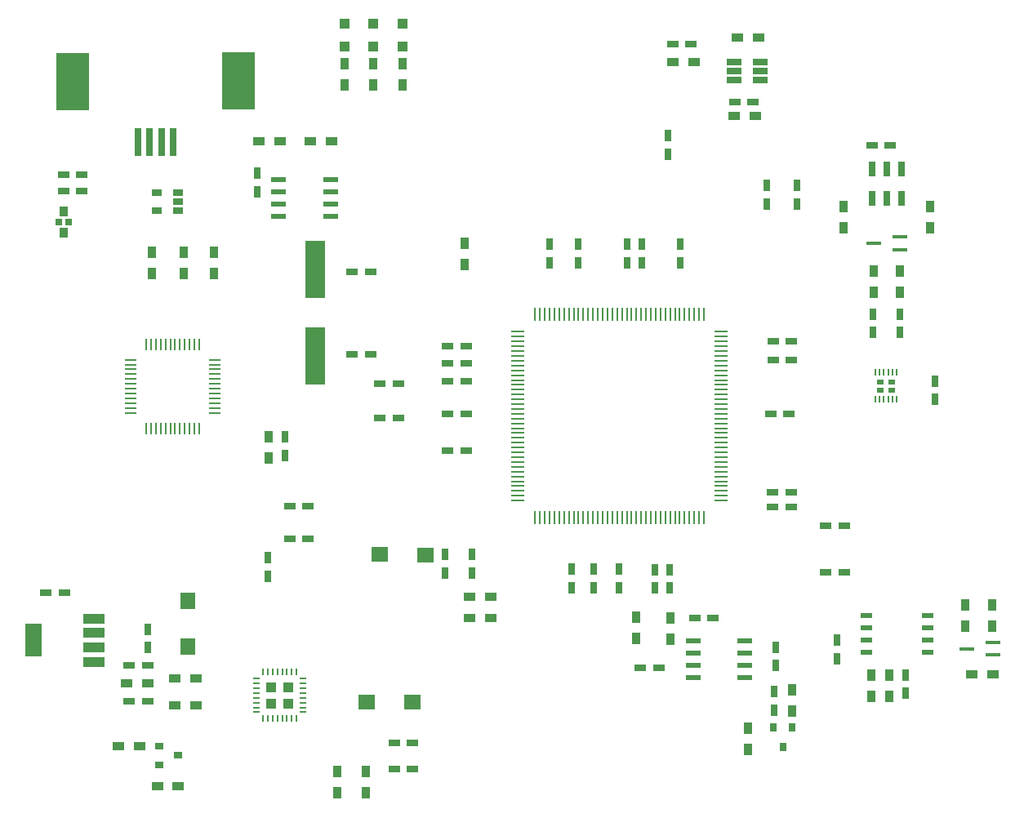
<source format=gbr>
G04 #@! TF.FileFunction,Paste,Top*
%FSLAX46Y46*%
G04 Gerber Fmt 4.6, Leading zero omitted, Abs format (unit mm)*
G04 Created by KiCad (PCBNEW 4.0.6) date 11/10/17 17:18:38*
%MOMM*%
%LPD*%
G01*
G04 APERTURE LIST*
%ADD10C,0.100000*%
%ADD11R,2.000000X6.000000*%
%ADD12R,1.600000X1.700000*%
%ADD13R,0.250000X1.300000*%
%ADD14R,1.300000X0.250000*%
%ADD15R,0.750000X1.200000*%
%ADD16R,1.200000X0.750000*%
%ADD17R,1.450000X0.250000*%
%ADD18R,0.250000X1.450000*%
%ADD19R,1.550000X0.600000*%
%ADD20R,2.200000X1.000000*%
%ADD21R,1.800000X3.400000*%
%ADD22R,1.560000X0.650000*%
%ADD23R,0.900000X1.200000*%
%ADD24R,1.060000X0.650000*%
%ADD25R,0.700000X3.000000*%
%ADD26R,3.400000X6.000000*%
%ADD27R,1.000000X1.000000*%
%ADD28R,1.200000X0.900000*%
%ADD29R,0.760000X1.500000*%
%ADD30R,0.800000X0.700000*%
%ADD31R,0.850000X1.000000*%
%ADD32R,0.250000X0.700000*%
%ADD33R,0.714000X0.498000*%
%ADD34R,1.500000X0.450000*%
%ADD35R,1.143000X0.508000*%
%ADD36R,0.800000X0.900000*%
%ADD37R,0.700000X0.250000*%
%ADD38R,1.035000X1.035000*%
%ADD39R,1.700000X1.600000*%
%ADD40R,0.900000X0.800000*%
G04 APERTURE END LIST*
D10*
D11*
X110760000Y-94300000D03*
X110760000Y-85300000D03*
D12*
X97580000Y-119650000D03*
X97570000Y-124460000D03*
D13*
X98733900Y-93074200D03*
X98233900Y-93074200D03*
X97733900Y-93074200D03*
X97233900Y-93074200D03*
X96733900Y-93074200D03*
X96233900Y-93074200D03*
X95733900Y-93074200D03*
X95233900Y-93074200D03*
X94733900Y-93074200D03*
X94233900Y-93074200D03*
X93733900Y-93074200D03*
X93233900Y-93074200D03*
D14*
X91633900Y-94674200D03*
X91633900Y-95174200D03*
X91633900Y-95674200D03*
X91633900Y-96174200D03*
X91633900Y-96674200D03*
X91633900Y-97174200D03*
X91633900Y-97674200D03*
X91633900Y-98174200D03*
X91633900Y-98674200D03*
X91633900Y-99174200D03*
X91633900Y-99674200D03*
X91633900Y-100174200D03*
D13*
X93233900Y-101774200D03*
X93733900Y-101774200D03*
X94233900Y-101774200D03*
X94733900Y-101774200D03*
X95233900Y-101774200D03*
X95733900Y-101774200D03*
X96233900Y-101774200D03*
X96733900Y-101774200D03*
X97233900Y-101774200D03*
X97733900Y-101774200D03*
X98233900Y-101774200D03*
X98733900Y-101774200D03*
D14*
X100333900Y-100174200D03*
X100333900Y-99674200D03*
X100333900Y-99174200D03*
X100333900Y-98674200D03*
X100333900Y-98174200D03*
X100333900Y-97674200D03*
X100333900Y-97174200D03*
X100333900Y-96674200D03*
X100333900Y-96174200D03*
X100333900Y-95674200D03*
X100333900Y-95174200D03*
X100333900Y-94674200D03*
D15*
X168590000Y-91860000D03*
X168590000Y-89960000D03*
D16*
X146380000Y-126660000D03*
X144480000Y-126660000D03*
D17*
X152862215Y-109279851D03*
X152862215Y-108779851D03*
X152862215Y-108279851D03*
X152862215Y-107779851D03*
X152862215Y-107279851D03*
X152862215Y-106779851D03*
X152862215Y-106279851D03*
X152862215Y-105779851D03*
X152862215Y-105279851D03*
X152862215Y-104779851D03*
X152862215Y-104279851D03*
X152862215Y-103779851D03*
X152862215Y-103279851D03*
X152862215Y-102779851D03*
X152862215Y-102279851D03*
X152862215Y-101779851D03*
X152862215Y-101279851D03*
X152862215Y-100779851D03*
X152862215Y-100279851D03*
X152862215Y-99779851D03*
X152862215Y-99279851D03*
X152862215Y-98779851D03*
X152862215Y-98279851D03*
X152862215Y-97779851D03*
X152862215Y-97279851D03*
X152862215Y-96779851D03*
X152862215Y-96279851D03*
X152862215Y-95779851D03*
X152862215Y-95279851D03*
X152862215Y-94779851D03*
X152862215Y-94279851D03*
X152862215Y-93779851D03*
X152862215Y-93279851D03*
X152862215Y-92779851D03*
X152862215Y-92279851D03*
X152862215Y-91779851D03*
D18*
X151062215Y-89979851D03*
X150562215Y-89979851D03*
X150062215Y-89979851D03*
X149562215Y-89979851D03*
X149062215Y-89979851D03*
X148562215Y-89979851D03*
X148062215Y-89979851D03*
X147562215Y-89979851D03*
X147062215Y-89979851D03*
X146562215Y-89979851D03*
X146062215Y-89979851D03*
X145562215Y-89979851D03*
X145062215Y-89979851D03*
X144562215Y-89979851D03*
X144062215Y-89979851D03*
X143562215Y-89979851D03*
X143062215Y-89979851D03*
X142562215Y-89979851D03*
X142062215Y-89979851D03*
X141562215Y-89979851D03*
X141062215Y-89979851D03*
X140562215Y-89979851D03*
X140062215Y-89979851D03*
X139562215Y-89979851D03*
X139062215Y-89979851D03*
X138562215Y-89979851D03*
X138062215Y-89979851D03*
X137562215Y-89979851D03*
X137062215Y-89979851D03*
X136562215Y-89979851D03*
X136062215Y-89979851D03*
X135562215Y-89979851D03*
X135062215Y-89979851D03*
X134562215Y-89979851D03*
X134062215Y-89979851D03*
X133562215Y-89979851D03*
D17*
X131762215Y-91779851D03*
X131762215Y-92279851D03*
X131762215Y-92779851D03*
X131762215Y-93279851D03*
X131762215Y-93779851D03*
X131762215Y-94279851D03*
X131762215Y-94779851D03*
X131762215Y-95279851D03*
X131762215Y-95779851D03*
X131762215Y-96279851D03*
X131762215Y-96779851D03*
X131762215Y-97279851D03*
X131762215Y-97779851D03*
X131762215Y-98279851D03*
X131762215Y-98779851D03*
X131762215Y-99279851D03*
X131762215Y-99779851D03*
X131762215Y-100279851D03*
X131762215Y-100779851D03*
X131762215Y-101279851D03*
X131762215Y-101779851D03*
X131762215Y-102279851D03*
X131762215Y-102779851D03*
X131762215Y-103279851D03*
X131762215Y-103779851D03*
X131762215Y-104279851D03*
X131762215Y-104779851D03*
X131762215Y-105279851D03*
X131762215Y-105779851D03*
X131762215Y-106279851D03*
X131762215Y-106779851D03*
X131762215Y-107279851D03*
X131762215Y-107779851D03*
X131762215Y-108279851D03*
X131762215Y-108779851D03*
X131762215Y-109279851D03*
D18*
X133562215Y-111079851D03*
X134062215Y-111079851D03*
X134562215Y-111079851D03*
X135062215Y-111079851D03*
X135562215Y-111079851D03*
X136062215Y-111079851D03*
X136562215Y-111079851D03*
X137062215Y-111079851D03*
X137562215Y-111079851D03*
X138062215Y-111079851D03*
X138562215Y-111079851D03*
X139062215Y-111079851D03*
X139562215Y-111079851D03*
X140062215Y-111079851D03*
X140562215Y-111079851D03*
X141062215Y-111079851D03*
X141562215Y-111079851D03*
X142062215Y-111079851D03*
X142562215Y-111079851D03*
X143062215Y-111079851D03*
X143562215Y-111079851D03*
X144062215Y-111079851D03*
X144562215Y-111079851D03*
X145062215Y-111079851D03*
X145562215Y-111079851D03*
X146062215Y-111079851D03*
X146562215Y-111079851D03*
X147062215Y-111079851D03*
X147562215Y-111079851D03*
X148062215Y-111079851D03*
X148562215Y-111079851D03*
X149062215Y-111079851D03*
X149562215Y-111079851D03*
X150062215Y-111079851D03*
X150562215Y-111079851D03*
X151062215Y-111079851D03*
D16*
X158182364Y-108454350D03*
X160082364Y-108454350D03*
D19*
X155324200Y-127631100D03*
X155324200Y-126361100D03*
X155324200Y-125091100D03*
X155324200Y-123821100D03*
X149924200Y-123821100D03*
X149924200Y-125091100D03*
X149924200Y-126361100D03*
X149924200Y-127631100D03*
D15*
X146022215Y-116440000D03*
X146022215Y-118340000D03*
D20*
X87810000Y-121520000D03*
X87810000Y-124520000D03*
D21*
X81510000Y-123770000D03*
D20*
X87810000Y-123020000D03*
X87810000Y-126020000D03*
D16*
X154285000Y-67910000D03*
X156185000Y-67910000D03*
D22*
X154235000Y-63800000D03*
X154235000Y-64750000D03*
X154235000Y-65700000D03*
X156935000Y-65700000D03*
X156935000Y-63800000D03*
X156935000Y-64750000D03*
D23*
X93860000Y-85700000D03*
X93860000Y-83500000D03*
D16*
X126402066Y-93280000D03*
X124502066Y-93280000D03*
D15*
X171363900Y-91860000D03*
X171363900Y-89960000D03*
D24*
X96560000Y-79247000D03*
X96560000Y-78297000D03*
X96560000Y-77347000D03*
X94360000Y-77347000D03*
X94360000Y-79247000D03*
D25*
X96060000Y-72070000D03*
X93585000Y-72070000D03*
X92360000Y-72070000D03*
D26*
X85635000Y-65870000D03*
X102835000Y-65770000D03*
D25*
X94860000Y-72070000D03*
D16*
X84667300Y-77216400D03*
X86567300Y-77216400D03*
D15*
X126996100Y-114895800D03*
X126996100Y-116795800D03*
X124246100Y-114895800D03*
X124246100Y-116795800D03*
D16*
X93390000Y-126380000D03*
X91490000Y-126380000D03*
D15*
X93390000Y-124540000D03*
X93390000Y-122640000D03*
D16*
X120874200Y-137096100D03*
X118974200Y-137096100D03*
X120874200Y-134396100D03*
X118974200Y-134396100D03*
D15*
X105810000Y-117130000D03*
X105810000Y-115230000D03*
D16*
X93390000Y-130060000D03*
X91490000Y-130060000D03*
X84760000Y-118850000D03*
X82860000Y-118850000D03*
X158222364Y-92775402D03*
X160122364Y-92775402D03*
D15*
X147529574Y-116440000D03*
X147529574Y-118340000D03*
D16*
X158182364Y-109981701D03*
X160082364Y-109981701D03*
D15*
X144589066Y-84619702D03*
X144589066Y-82719702D03*
D16*
X126402066Y-100270000D03*
X124502066Y-100270000D03*
D15*
X143104142Y-84619702D03*
X143104142Y-82719702D03*
X142280000Y-116420000D03*
X142280000Y-118320000D03*
D16*
X126402066Y-104120000D03*
X124502066Y-104120000D03*
D15*
X147340000Y-71430000D03*
X147340000Y-73330000D03*
X137340000Y-116420000D03*
X137340000Y-118320000D03*
X139630000Y-116420000D03*
X139630000Y-118320000D03*
D16*
X126410000Y-95020000D03*
X124510000Y-95020000D03*
X126410000Y-96940000D03*
X124510000Y-96940000D03*
D15*
X148570077Y-84619702D03*
X148570077Y-82719702D03*
X138062215Y-84620000D03*
X138062215Y-82720000D03*
X135070000Y-84619702D03*
X135070000Y-82719702D03*
D16*
X158010000Y-100320000D03*
X159910000Y-100320000D03*
X158222364Y-94727017D03*
X160122364Y-94727017D03*
D15*
X107660000Y-102700000D03*
X107660000Y-104600000D03*
D16*
X84660000Y-75520000D03*
X86560000Y-75520000D03*
X114610000Y-94100000D03*
X116510000Y-94100000D03*
X114610000Y-85600000D03*
X116510000Y-85600000D03*
D15*
X104756100Y-77230800D03*
X104756100Y-75330800D03*
D16*
X168500000Y-72440000D03*
X170400000Y-72440000D03*
D15*
X175040000Y-96870000D03*
X175040000Y-98770000D03*
X158510000Y-126370000D03*
X158510000Y-124470000D03*
X158330000Y-129090000D03*
X158330000Y-130990000D03*
D27*
X116800000Y-62150000D03*
X116800000Y-59860000D03*
X119800000Y-62150000D03*
X119800000Y-59860000D03*
D28*
X129000000Y-119270000D03*
X126800000Y-119270000D03*
X96240000Y-127700000D03*
X98440000Y-127700000D03*
X126800000Y-121480000D03*
X129000000Y-121480000D03*
D23*
X115980000Y-139570000D03*
X115980000Y-137370000D03*
D28*
X98440000Y-130500000D03*
X96240000Y-130500000D03*
D23*
X113060000Y-137380000D03*
X113060000Y-139580000D03*
D28*
X93400000Y-128190000D03*
X91200000Y-128190000D03*
D23*
X126285547Y-84769702D03*
X126285547Y-82569702D03*
X116800000Y-66200000D03*
X116800000Y-64000000D03*
X119800000Y-66200000D03*
X119800000Y-64000000D03*
X105930000Y-102700000D03*
X105930000Y-104900000D03*
X97160000Y-85700000D03*
X97160000Y-83500000D03*
X100260000Y-83500000D03*
X100260000Y-85700000D03*
D28*
X104906100Y-71990800D03*
X107106100Y-71990800D03*
X112436100Y-71990800D03*
X110236100Y-71990800D03*
D23*
X165523900Y-80994200D03*
X165523900Y-78794200D03*
X168683900Y-85514200D03*
X168683900Y-87714200D03*
X171353900Y-87704200D03*
X171353900Y-85504200D03*
X174523900Y-80994200D03*
X174523900Y-78794200D03*
X160190000Y-131080000D03*
X160190000Y-128880000D03*
D29*
X168503900Y-74884200D03*
X170023900Y-74884200D03*
X171543900Y-74884200D03*
X171543900Y-77934200D03*
X170023900Y-77934200D03*
X168503900Y-77934200D03*
D30*
X85160000Y-80410000D03*
X84160000Y-80410000D03*
D31*
X84660000Y-81510000D03*
X84660000Y-79310000D03*
D19*
X112336100Y-79785800D03*
X112336100Y-78515800D03*
X112336100Y-77245800D03*
X112336100Y-75975800D03*
X106936100Y-75975800D03*
X106936100Y-77245800D03*
X106936100Y-78515800D03*
X106936100Y-79785800D03*
D32*
X168820000Y-98800000D03*
X169270000Y-98800000D03*
X169720000Y-98800000D03*
X170170000Y-98800000D03*
X170620000Y-98800000D03*
X171070000Y-98800000D03*
X171070000Y-96000000D03*
X170620000Y-96000000D03*
X170170000Y-96000000D03*
X169720000Y-96000000D03*
X169270000Y-96000000D03*
X168820000Y-96000000D03*
D33*
X170540000Y-96985000D03*
X169350000Y-96985000D03*
X170540000Y-97815000D03*
X169350000Y-97815000D03*
D34*
X171353900Y-83234200D03*
X171353900Y-81934200D03*
X168693900Y-82584200D03*
D28*
X154500000Y-61240000D03*
X156700000Y-61240000D03*
X154230000Y-69370000D03*
X156430000Y-69370000D03*
D27*
X113770000Y-62150000D03*
X113770000Y-59860000D03*
D23*
X113770000Y-66170000D03*
X113770000Y-63970000D03*
D16*
X147840000Y-61960000D03*
X149740000Y-61960000D03*
D28*
X150050000Y-63800000D03*
X147850000Y-63800000D03*
D15*
X164870000Y-123780000D03*
X164870000Y-125680000D03*
D16*
X150090000Y-121430000D03*
X151990000Y-121430000D03*
D23*
X144060000Y-123610000D03*
X144060000Y-121410000D03*
X147570000Y-121430000D03*
X147570000Y-123630000D03*
D35*
X167920000Y-125040000D03*
X167920000Y-123770000D03*
X167920000Y-122500000D03*
X167920000Y-121230000D03*
X174270000Y-121230000D03*
X174270000Y-122500000D03*
X174270000Y-123770000D03*
X174270000Y-125040000D03*
D36*
X160200000Y-132840000D03*
X158300000Y-132840000D03*
X159250000Y-134840000D03*
D32*
X108840000Y-127080000D03*
X108340000Y-127080000D03*
X107840000Y-127080000D03*
X107340000Y-127080000D03*
X106840000Y-127080000D03*
X106340000Y-127080000D03*
X105840000Y-127080000D03*
X105340000Y-127080000D03*
D37*
X104690000Y-127730000D03*
X104690000Y-128230000D03*
X104690000Y-128730000D03*
X104690000Y-129230000D03*
X104690000Y-129730000D03*
X104690000Y-130230000D03*
X104690000Y-130730000D03*
X104690000Y-131230000D03*
D32*
X105340000Y-131880000D03*
X105840000Y-131880000D03*
X106340000Y-131880000D03*
X106840000Y-131880000D03*
X107340000Y-131880000D03*
X107840000Y-131880000D03*
X108340000Y-131880000D03*
X108840000Y-131880000D03*
D37*
X109490000Y-131230000D03*
X109490000Y-130730000D03*
X109490000Y-130230000D03*
X109490000Y-129730000D03*
X109490000Y-129230000D03*
X109490000Y-128730000D03*
X109490000Y-128230000D03*
X109490000Y-127730000D03*
D38*
X106227500Y-130342500D03*
X107952500Y-130342500D03*
X106227500Y-128617500D03*
X107952500Y-128617500D03*
D15*
X157600000Y-78500000D03*
X157600000Y-76600000D03*
X160750000Y-78500000D03*
X160750000Y-76600000D03*
D16*
X110020000Y-109900000D03*
X108120000Y-109900000D03*
X110020000Y-113270000D03*
X108120000Y-113270000D03*
X119380000Y-97180000D03*
X117480000Y-97180000D03*
X119380000Y-100680000D03*
X117480000Y-100680000D03*
X163710000Y-111850000D03*
X165610000Y-111850000D03*
X163710000Y-116690000D03*
X165610000Y-116690000D03*
D23*
X155610000Y-132850000D03*
X155610000Y-135050000D03*
D28*
X181020000Y-127300000D03*
X178820000Y-127300000D03*
D34*
X181014000Y-125290000D03*
X181014000Y-123990000D03*
X178354000Y-124640000D03*
D39*
X117420000Y-114890000D03*
X122230000Y-114900000D03*
X116064200Y-130204500D03*
X120874200Y-130214500D03*
D40*
X94570000Y-134760000D03*
X94570000Y-136660000D03*
X96570000Y-135710000D03*
D28*
X96580000Y-138880000D03*
X94380000Y-138880000D03*
X92570000Y-134770000D03*
X90370000Y-134770000D03*
D23*
X180990000Y-122300000D03*
X180990000Y-120100000D03*
X178140000Y-120110000D03*
X178140000Y-122310000D03*
D15*
X172000000Y-127380000D03*
X172000000Y-129280000D03*
D23*
X168400000Y-129580000D03*
X168400000Y-127380000D03*
X170250000Y-127380000D03*
X170250000Y-129580000D03*
M02*

</source>
